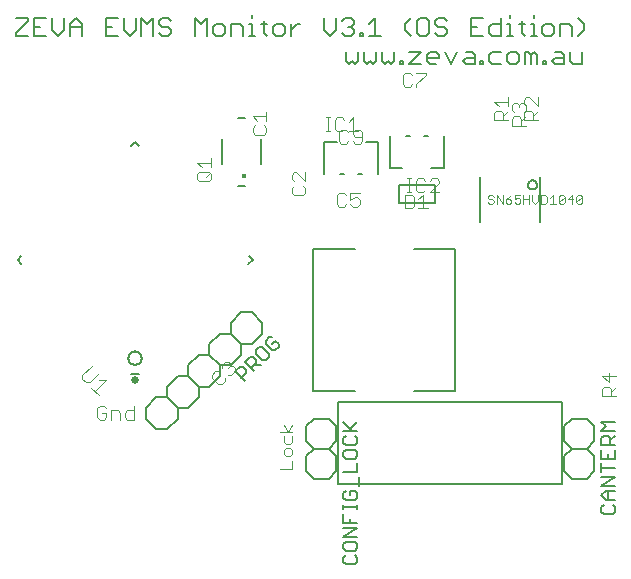
<source format=gbr>
G04 EAGLE Gerber RS-274X export*
G75*
%MOMM*%
%FSLAX34Y34*%
%LPD*%
%INSilkscreen Top*%
%IPPOS*%
%AMOC8*
5,1,8,0,0,1.08239X$1,22.5*%
G01*
%ADD10C,0.127000*%
%ADD11C,0.101600*%
%ADD12C,0.152400*%
%ADD13C,0.632400*%
%ADD14C,0.203200*%
%ADD15C,0.364000*%
%ADD16C,0.076200*%


D10*
X89535Y408318D02*
X99704Y408318D01*
X99704Y405776D01*
X89535Y395607D01*
X89535Y393065D01*
X99704Y393065D01*
X104737Y408318D02*
X114906Y408318D01*
X104737Y408318D02*
X104737Y393065D01*
X114906Y393065D01*
X109822Y400692D02*
X104737Y400692D01*
X119939Y398149D02*
X119939Y408318D01*
X119939Y398149D02*
X125024Y393065D01*
X130108Y398149D01*
X130108Y408318D01*
X135142Y403234D02*
X135142Y393065D01*
X135142Y403234D02*
X140226Y408318D01*
X145310Y403234D01*
X145310Y393065D01*
X145310Y400692D02*
X135142Y400692D01*
X165546Y408318D02*
X175715Y408318D01*
X165546Y408318D02*
X165546Y393065D01*
X175715Y393065D01*
X170630Y400692D02*
X165546Y400692D01*
X180748Y398149D02*
X180748Y408318D01*
X180748Y398149D02*
X185832Y393065D01*
X190917Y398149D01*
X190917Y408318D01*
X195950Y408318D02*
X195950Y393065D01*
X201035Y403234D02*
X195950Y408318D01*
X201035Y403234D02*
X206119Y408318D01*
X206119Y393065D01*
X221321Y405776D02*
X218779Y408318D01*
X213695Y408318D01*
X211153Y405776D01*
X211153Y403234D01*
X213695Y400692D01*
X218779Y400692D01*
X221321Y398149D01*
X221321Y395607D01*
X218779Y393065D01*
X213695Y393065D01*
X211153Y395607D01*
X241557Y393065D02*
X241557Y408318D01*
X246641Y403234D01*
X251726Y408318D01*
X251726Y393065D01*
X259301Y393065D02*
X264386Y393065D01*
X266928Y395607D01*
X266928Y400692D01*
X264386Y403234D01*
X259301Y403234D01*
X256759Y400692D01*
X256759Y395607D01*
X259301Y393065D01*
X271961Y393065D02*
X271961Y403234D01*
X279588Y403234D01*
X282130Y400692D01*
X282130Y393065D01*
X287163Y403234D02*
X289706Y403234D01*
X289706Y393065D01*
X292248Y393065D02*
X287163Y393065D01*
X289706Y408318D02*
X289706Y410860D01*
X299840Y405776D02*
X299840Y395607D01*
X302383Y393065D01*
X302383Y403234D02*
X297298Y403234D01*
X309975Y393065D02*
X315060Y393065D01*
X317602Y395607D01*
X317602Y400692D01*
X315060Y403234D01*
X309975Y403234D01*
X307433Y400692D01*
X307433Y395607D01*
X309975Y393065D01*
X322635Y393065D02*
X322635Y403234D01*
X322635Y398149D02*
X327720Y403234D01*
X330262Y403234D01*
X350506Y408318D02*
X350506Y398149D01*
X355590Y393065D01*
X360675Y398149D01*
X360675Y408318D01*
X365708Y405776D02*
X368250Y408318D01*
X373335Y408318D01*
X375877Y405776D01*
X375877Y403234D01*
X373335Y400692D01*
X370792Y400692D01*
X373335Y400692D02*
X375877Y398149D01*
X375877Y395607D01*
X373335Y393065D01*
X368250Y393065D01*
X365708Y395607D01*
X380910Y395607D02*
X380910Y393065D01*
X380910Y395607D02*
X383452Y395607D01*
X383452Y393065D01*
X380910Y393065D01*
X388511Y403234D02*
X393596Y408318D01*
X393596Y393065D01*
X398680Y393065D02*
X388511Y393065D01*
X418916Y398149D02*
X424000Y393065D01*
X418916Y398149D02*
X418916Y403234D01*
X424000Y408318D01*
X431593Y408318D02*
X436677Y408318D01*
X431593Y408318D02*
X429050Y405776D01*
X429050Y395607D01*
X431593Y393065D01*
X436677Y393065D01*
X439219Y395607D01*
X439219Y405776D01*
X436677Y408318D01*
X451879Y408318D02*
X454421Y405776D01*
X451879Y408318D02*
X446795Y408318D01*
X444253Y405776D01*
X444253Y403234D01*
X446795Y400692D01*
X451879Y400692D01*
X454421Y398149D01*
X454421Y395607D01*
X451879Y393065D01*
X446795Y393065D01*
X444253Y395607D01*
X474657Y408318D02*
X484826Y408318D01*
X474657Y408318D02*
X474657Y393065D01*
X484826Y393065D01*
X479741Y400692D02*
X474657Y400692D01*
X500028Y408318D02*
X500028Y393065D01*
X492401Y393065D01*
X489859Y395607D01*
X489859Y400692D01*
X492401Y403234D01*
X500028Y403234D01*
X505061Y403234D02*
X507604Y403234D01*
X507604Y393065D01*
X510146Y393065D02*
X505061Y393065D01*
X507604Y408318D02*
X507604Y410860D01*
X517738Y405776D02*
X517738Y395607D01*
X520281Y393065D01*
X520281Y403234D02*
X515196Y403234D01*
X525331Y403234D02*
X527873Y403234D01*
X527873Y393065D01*
X525331Y393065D02*
X530415Y393065D01*
X527873Y408318D02*
X527873Y410860D01*
X538008Y393065D02*
X543092Y393065D01*
X545634Y395607D01*
X545634Y400692D01*
X543092Y403234D01*
X538008Y403234D01*
X535466Y400692D01*
X535466Y395607D01*
X538008Y393065D01*
X550668Y393065D02*
X550668Y403234D01*
X558294Y403234D01*
X560837Y400692D01*
X560837Y393065D01*
X565870Y393065D02*
X570954Y398149D01*
X570954Y403234D01*
X565870Y408318D01*
X368935Y379104D02*
X368935Y371477D01*
X371477Y368935D01*
X374019Y371477D01*
X376562Y368935D01*
X379104Y371477D01*
X379104Y379104D01*
X384137Y379104D02*
X384137Y371477D01*
X386679Y368935D01*
X389222Y371477D01*
X391764Y368935D01*
X394306Y371477D01*
X394306Y379104D01*
X399339Y379104D02*
X399339Y371477D01*
X401882Y368935D01*
X404424Y371477D01*
X406966Y368935D01*
X409508Y371477D01*
X409508Y379104D01*
X414542Y371477D02*
X414542Y368935D01*
X414542Y371477D02*
X417084Y371477D01*
X417084Y368935D01*
X414542Y368935D01*
X422143Y379104D02*
X432311Y379104D01*
X422143Y368935D01*
X432311Y368935D01*
X439887Y368935D02*
X444971Y368935D01*
X439887Y368935D02*
X437345Y371477D01*
X437345Y376562D01*
X439887Y379104D01*
X444971Y379104D01*
X447514Y376562D01*
X447514Y374019D01*
X437345Y374019D01*
X452547Y379104D02*
X457631Y368935D01*
X462716Y379104D01*
X470291Y379104D02*
X475376Y379104D01*
X477918Y376562D01*
X477918Y368935D01*
X470291Y368935D01*
X467749Y371477D01*
X470291Y374019D01*
X477918Y374019D01*
X482951Y371477D02*
X482951Y368935D01*
X482951Y371477D02*
X485494Y371477D01*
X485494Y368935D01*
X482951Y368935D01*
X493095Y379104D02*
X500721Y379104D01*
X493095Y379104D02*
X490553Y376562D01*
X490553Y371477D01*
X493095Y368935D01*
X500721Y368935D01*
X508297Y368935D02*
X513381Y368935D01*
X515923Y371477D01*
X515923Y376562D01*
X513381Y379104D01*
X508297Y379104D01*
X505755Y376562D01*
X505755Y371477D01*
X508297Y368935D01*
X520957Y368935D02*
X520957Y379104D01*
X523499Y379104D01*
X526041Y376562D01*
X526041Y368935D01*
X526041Y376562D02*
X528583Y379104D01*
X531126Y376562D01*
X531126Y368935D01*
X536159Y368935D02*
X536159Y371477D01*
X538701Y371477D01*
X538701Y368935D01*
X536159Y368935D01*
X546302Y379104D02*
X551387Y379104D01*
X553929Y376562D01*
X553929Y368935D01*
X546302Y368935D01*
X543760Y371477D01*
X546302Y374019D01*
X553929Y374019D01*
X558962Y371477D02*
X558962Y379104D01*
X558962Y371477D02*
X561505Y368935D01*
X569131Y368935D01*
X569131Y379104D01*
D11*
X166262Y77563D02*
X164313Y79512D01*
X160415Y79512D01*
X158466Y77563D01*
X158466Y69767D01*
X160415Y67818D01*
X164313Y67818D01*
X166262Y69767D01*
X166262Y73665D01*
X162364Y73665D01*
X170160Y75614D02*
X170160Y67818D01*
X170160Y75614D02*
X176007Y75614D01*
X177956Y73665D01*
X177956Y67818D01*
X189650Y67818D02*
X189650Y79512D01*
X189650Y67818D02*
X183803Y67818D01*
X181854Y69767D01*
X181854Y73665D01*
X183803Y75614D01*
X189650Y75614D01*
X312919Y26204D02*
X323342Y26204D01*
X323342Y33152D01*
X323342Y38465D02*
X323342Y41940D01*
X321605Y43677D01*
X318131Y43677D01*
X316393Y41940D01*
X316393Y38465D01*
X318131Y36728D01*
X321605Y36728D01*
X323342Y38465D01*
X316393Y48990D02*
X316393Y54202D01*
X316393Y48990D02*
X318131Y47253D01*
X321605Y47253D01*
X323342Y48990D01*
X323342Y54202D01*
X323342Y57778D02*
X312919Y57778D01*
X319868Y57778D02*
X323342Y62989D01*
X319868Y57778D02*
X316393Y62989D01*
D12*
X193555Y106751D02*
X187445Y106751D01*
X286667Y206538D02*
X290004Y203200D01*
X193838Y299367D02*
X190500Y302704D01*
X187162Y299367D01*
X94333Y206538D02*
X90996Y203200D01*
X286539Y199735D02*
X290004Y203200D01*
X94333Y199862D02*
X90996Y203200D01*
X184911Y120043D02*
X184913Y120192D01*
X184919Y120342D01*
X184929Y120491D01*
X184943Y120640D01*
X184961Y120788D01*
X184983Y120936D01*
X185009Y121083D01*
X185038Y121229D01*
X185072Y121375D01*
X185110Y121520D01*
X185151Y121663D01*
X185196Y121806D01*
X185245Y121947D01*
X185298Y122087D01*
X185354Y122225D01*
X185415Y122362D01*
X185478Y122497D01*
X185546Y122630D01*
X185617Y122762D01*
X185691Y122891D01*
X185769Y123019D01*
X185850Y123144D01*
X185935Y123267D01*
X186023Y123388D01*
X186114Y123507D01*
X186208Y123623D01*
X186305Y123736D01*
X186405Y123847D01*
X186509Y123955D01*
X186615Y124061D01*
X186723Y124163D01*
X186835Y124262D01*
X186949Y124359D01*
X187066Y124452D01*
X187185Y124543D01*
X187306Y124630D01*
X187430Y124713D01*
X187556Y124794D01*
X187684Y124871D01*
X187814Y124944D01*
X187946Y125014D01*
X188080Y125081D01*
X188215Y125144D01*
X188353Y125203D01*
X188491Y125259D01*
X188631Y125310D01*
X188773Y125358D01*
X188916Y125403D01*
X189059Y125443D01*
X189204Y125480D01*
X189350Y125512D01*
X189497Y125541D01*
X189644Y125566D01*
X189792Y125587D01*
X189941Y125604D01*
X190089Y125617D01*
X190239Y125626D01*
X190388Y125631D01*
X190537Y125632D01*
X190687Y125629D01*
X190836Y125622D01*
X190985Y125611D01*
X191134Y125596D01*
X191282Y125577D01*
X191430Y125554D01*
X191577Y125527D01*
X191723Y125497D01*
X191868Y125462D01*
X192013Y125423D01*
X192156Y125381D01*
X192298Y125335D01*
X192439Y125285D01*
X192578Y125231D01*
X192716Y125174D01*
X192853Y125113D01*
X192987Y125048D01*
X193120Y124980D01*
X193251Y124908D01*
X193380Y124833D01*
X193507Y124754D01*
X193632Y124672D01*
X193755Y124586D01*
X193875Y124498D01*
X193993Y124406D01*
X194108Y124311D01*
X194221Y124213D01*
X194331Y124112D01*
X194439Y124008D01*
X194543Y123901D01*
X194645Y123792D01*
X194744Y123680D01*
X194840Y123565D01*
X194932Y123448D01*
X195022Y123328D01*
X195108Y123206D01*
X195191Y123082D01*
X195270Y122955D01*
X195346Y122827D01*
X195419Y122696D01*
X195488Y122564D01*
X195554Y122429D01*
X195616Y122293D01*
X195674Y122156D01*
X195729Y122017D01*
X195780Y121876D01*
X195827Y121735D01*
X195870Y121592D01*
X195910Y121447D01*
X195945Y121302D01*
X195977Y121156D01*
X196005Y121009D01*
X196029Y120862D01*
X196049Y120714D01*
X196065Y120565D01*
X196077Y120416D01*
X196085Y120267D01*
X196089Y120118D01*
X196089Y119968D01*
X196085Y119819D01*
X196077Y119670D01*
X196065Y119521D01*
X196049Y119372D01*
X196029Y119224D01*
X196005Y119077D01*
X195977Y118930D01*
X195945Y118784D01*
X195910Y118639D01*
X195870Y118494D01*
X195827Y118351D01*
X195780Y118210D01*
X195729Y118069D01*
X195674Y117930D01*
X195616Y117793D01*
X195554Y117657D01*
X195488Y117522D01*
X195419Y117390D01*
X195346Y117259D01*
X195270Y117131D01*
X195191Y117004D01*
X195108Y116880D01*
X195022Y116758D01*
X194932Y116638D01*
X194840Y116521D01*
X194744Y116406D01*
X194645Y116294D01*
X194543Y116185D01*
X194439Y116078D01*
X194331Y115974D01*
X194221Y115873D01*
X194108Y115775D01*
X193993Y115680D01*
X193875Y115588D01*
X193755Y115500D01*
X193632Y115414D01*
X193507Y115332D01*
X193380Y115253D01*
X193251Y115178D01*
X193120Y115106D01*
X192987Y115038D01*
X192853Y114973D01*
X192716Y114912D01*
X192578Y114855D01*
X192439Y114801D01*
X192298Y114751D01*
X192156Y114705D01*
X192013Y114663D01*
X191868Y114624D01*
X191723Y114589D01*
X191577Y114559D01*
X191430Y114532D01*
X191282Y114509D01*
X191134Y114490D01*
X190985Y114475D01*
X190836Y114464D01*
X190687Y114457D01*
X190537Y114454D01*
X190388Y114455D01*
X190239Y114460D01*
X190089Y114469D01*
X189941Y114482D01*
X189792Y114499D01*
X189644Y114520D01*
X189497Y114545D01*
X189350Y114574D01*
X189204Y114606D01*
X189059Y114643D01*
X188916Y114683D01*
X188773Y114728D01*
X188631Y114776D01*
X188491Y114827D01*
X188353Y114883D01*
X188215Y114942D01*
X188080Y115005D01*
X187946Y115072D01*
X187814Y115142D01*
X187684Y115215D01*
X187556Y115292D01*
X187430Y115373D01*
X187306Y115456D01*
X187185Y115543D01*
X187066Y115634D01*
X186949Y115727D01*
X186835Y115824D01*
X186723Y115923D01*
X186615Y116025D01*
X186509Y116131D01*
X186405Y116239D01*
X186305Y116350D01*
X186208Y116463D01*
X186114Y116579D01*
X186023Y116698D01*
X185935Y116819D01*
X185850Y116942D01*
X185769Y117067D01*
X185691Y117195D01*
X185617Y117324D01*
X185546Y117456D01*
X185478Y117589D01*
X185415Y117724D01*
X185354Y117861D01*
X185298Y117999D01*
X185245Y118139D01*
X185196Y118280D01*
X185151Y118423D01*
X185110Y118566D01*
X185072Y118711D01*
X185038Y118857D01*
X185009Y119003D01*
X184983Y119150D01*
X184961Y119298D01*
X184943Y119446D01*
X184929Y119595D01*
X184919Y119744D01*
X184913Y119894D01*
X184911Y120043D01*
D13*
X190500Y101377D03*
D11*
X153688Y113406D02*
X145898Y105617D01*
X145898Y102501D01*
X149014Y99385D01*
X152130Y99385D01*
X159919Y107175D01*
X159833Y101029D02*
X166065Y101029D01*
X156717Y91682D01*
X153601Y94798D02*
X159833Y88566D01*
X290058Y314965D02*
X292007Y316914D01*
X290058Y314965D02*
X290058Y311067D01*
X292007Y309118D01*
X299803Y309118D01*
X301752Y311067D01*
X301752Y314965D01*
X299803Y316914D01*
X293956Y320812D02*
X290058Y324710D01*
X301752Y324710D01*
X301752Y320812D02*
X301752Y328608D01*
X494528Y321290D02*
X506222Y321290D01*
X494528Y321290D02*
X494528Y327137D01*
X496477Y329086D01*
X500375Y329086D01*
X502324Y327137D01*
X502324Y321290D01*
X502324Y325188D02*
X506222Y329086D01*
X498426Y332984D02*
X494528Y336882D01*
X506222Y336882D01*
X506222Y332984D02*
X506222Y340780D01*
X325027Y265586D02*
X323078Y263637D01*
X323078Y259739D01*
X325027Y257790D01*
X332823Y257790D01*
X334772Y259739D01*
X334772Y263637D01*
X332823Y265586D01*
X334772Y269484D02*
X334772Y277280D01*
X334772Y269484D02*
X326976Y277280D01*
X325027Y277280D01*
X323078Y275331D01*
X323078Y271433D01*
X325027Y269484D01*
D14*
X264170Y284140D02*
X264170Y305140D01*
X277670Y323640D02*
X283670Y323640D01*
X297170Y305140D02*
X297170Y284140D01*
X283670Y265640D02*
X277670Y265640D01*
D15*
X282670Y274140D03*
D11*
X252813Y269748D02*
X245017Y269748D01*
X243068Y271697D01*
X243068Y275595D01*
X245017Y277544D01*
X252813Y277544D01*
X254762Y275595D01*
X254762Y271697D01*
X252813Y269748D01*
X250864Y273646D02*
X254762Y277544D01*
X246966Y281442D02*
X243068Y285340D01*
X254762Y285340D01*
X254762Y281442D02*
X254762Y289238D01*
X258203Y108744D02*
X260959Y108744D01*
X258203Y108744D02*
X255447Y105987D01*
X255447Y103231D01*
X260959Y97718D01*
X263716Y97718D01*
X266472Y100475D01*
X266472Y103231D01*
X263716Y111500D02*
X263716Y114256D01*
X266472Y117013D01*
X269228Y117013D01*
X270606Y115634D01*
X270606Y112878D01*
X269228Y111500D01*
X270606Y112878D02*
X273363Y112878D01*
X274741Y111500D01*
X274741Y108744D01*
X271984Y105987D01*
X269228Y105987D01*
D12*
X244430Y86769D02*
X235450Y77789D01*
X226469Y77789D01*
X217489Y86769D01*
X217489Y95750D01*
X262390Y104730D02*
X262390Y113710D01*
X262390Y104730D02*
X253410Y95750D01*
X244430Y95750D01*
X235450Y104730D01*
X235450Y113710D01*
X244430Y122690D01*
X253410Y122690D01*
X244430Y95750D02*
X244430Y86769D01*
X235450Y104730D02*
X226469Y104730D01*
X217489Y95750D01*
X289331Y131671D02*
X298311Y140651D01*
X289331Y131671D02*
X280351Y131671D01*
X271371Y140651D01*
X271371Y149631D01*
X280351Y131671D02*
X280351Y122690D01*
X271371Y113710D01*
X262390Y113710D01*
X253410Y122690D01*
X253410Y131671D01*
X262390Y140651D01*
X271371Y140651D01*
X289331Y158611D02*
X298311Y149631D01*
X298311Y140651D01*
X289331Y158611D02*
X280351Y158611D01*
X271371Y149631D01*
X226469Y68809D02*
X217489Y59829D01*
X208509Y59829D01*
X199529Y68809D01*
X199529Y77789D01*
X226469Y77789D02*
X226469Y68809D01*
X217489Y86769D02*
X208509Y86769D01*
X199529Y77789D01*
D10*
X275107Y108660D02*
X283196Y100571D01*
X275107Y108660D02*
X279152Y112704D01*
X281848Y112704D01*
X284544Y110008D01*
X284544Y107312D01*
X280500Y103267D01*
X291465Y108840D02*
X283376Y116929D01*
X287421Y120973D01*
X290117Y120973D01*
X292813Y118277D01*
X292813Y115580D01*
X288769Y111536D01*
X291465Y114232D02*
X296858Y114232D01*
X292993Y126546D02*
X295689Y129242D01*
X292993Y126546D02*
X292993Y123849D01*
X298386Y118457D01*
X301082Y118457D01*
X303779Y121153D01*
X303779Y123849D01*
X298386Y129242D01*
X295689Y129242D01*
X303958Y137511D02*
X306655Y137511D01*
X303958Y137511D02*
X301262Y134815D01*
X301262Y132118D01*
X306655Y126725D01*
X309351Y126725D01*
X312047Y129422D01*
X312047Y132118D01*
X309351Y134815D01*
X306655Y132118D01*
X533400Y234950D02*
X533400Y273050D01*
X482600Y273050D02*
X482600Y234950D01*
X523240Y266700D02*
X523242Y266823D01*
X523248Y266947D01*
X523258Y267070D01*
X523272Y267192D01*
X523290Y267314D01*
X523312Y267436D01*
X523337Y267556D01*
X523367Y267676D01*
X523401Y267795D01*
X523438Y267913D01*
X523479Y268029D01*
X523524Y268144D01*
X523573Y268257D01*
X523625Y268369D01*
X523681Y268479D01*
X523740Y268587D01*
X523803Y268693D01*
X523869Y268797D01*
X523939Y268899D01*
X524012Y268999D01*
X524088Y269096D01*
X524167Y269191D01*
X524249Y269283D01*
X524334Y269372D01*
X524422Y269459D01*
X524513Y269542D01*
X524606Y269623D01*
X524702Y269701D01*
X524801Y269775D01*
X524901Y269846D01*
X525004Y269914D01*
X525109Y269979D01*
X525217Y270040D01*
X525326Y270098D01*
X525437Y270152D01*
X525549Y270202D01*
X525664Y270249D01*
X525779Y270292D01*
X525896Y270331D01*
X526014Y270367D01*
X526134Y270398D01*
X526254Y270426D01*
X526375Y270450D01*
X526497Y270470D01*
X526619Y270486D01*
X526742Y270498D01*
X526865Y270506D01*
X526988Y270510D01*
X527112Y270510D01*
X527235Y270506D01*
X527358Y270498D01*
X527481Y270486D01*
X527603Y270470D01*
X527725Y270450D01*
X527846Y270426D01*
X527966Y270398D01*
X528086Y270367D01*
X528204Y270331D01*
X528321Y270292D01*
X528436Y270249D01*
X528551Y270202D01*
X528663Y270152D01*
X528774Y270098D01*
X528883Y270040D01*
X528991Y269979D01*
X529096Y269914D01*
X529199Y269846D01*
X529299Y269775D01*
X529398Y269701D01*
X529494Y269623D01*
X529587Y269542D01*
X529678Y269459D01*
X529766Y269372D01*
X529851Y269283D01*
X529933Y269191D01*
X530012Y269096D01*
X530088Y268999D01*
X530161Y268899D01*
X530231Y268797D01*
X530297Y268693D01*
X530360Y268587D01*
X530419Y268479D01*
X530475Y268369D01*
X530527Y268257D01*
X530576Y268144D01*
X530621Y268029D01*
X530662Y267913D01*
X530699Y267795D01*
X530733Y267676D01*
X530763Y267556D01*
X530788Y267436D01*
X530810Y267314D01*
X530828Y267192D01*
X530842Y267070D01*
X530852Y266947D01*
X530858Y266823D01*
X530860Y266700D01*
X530858Y266577D01*
X530852Y266453D01*
X530842Y266330D01*
X530828Y266208D01*
X530810Y266086D01*
X530788Y265964D01*
X530763Y265844D01*
X530733Y265724D01*
X530699Y265605D01*
X530662Y265487D01*
X530621Y265371D01*
X530576Y265256D01*
X530527Y265143D01*
X530475Y265031D01*
X530419Y264921D01*
X530360Y264813D01*
X530297Y264707D01*
X530231Y264603D01*
X530161Y264501D01*
X530088Y264401D01*
X530012Y264304D01*
X529933Y264209D01*
X529851Y264117D01*
X529766Y264028D01*
X529678Y263941D01*
X529587Y263858D01*
X529494Y263777D01*
X529398Y263699D01*
X529299Y263625D01*
X529199Y263554D01*
X529096Y263486D01*
X528991Y263421D01*
X528883Y263360D01*
X528774Y263302D01*
X528663Y263248D01*
X528551Y263198D01*
X528436Y263151D01*
X528321Y263108D01*
X528204Y263069D01*
X528086Y263033D01*
X527966Y263002D01*
X527846Y262974D01*
X527725Y262950D01*
X527603Y262930D01*
X527481Y262914D01*
X527358Y262902D01*
X527235Y262894D01*
X527112Y262890D01*
X526988Y262890D01*
X526865Y262894D01*
X526742Y262902D01*
X526619Y262914D01*
X526497Y262930D01*
X526375Y262950D01*
X526254Y262974D01*
X526134Y263002D01*
X526014Y263033D01*
X525896Y263069D01*
X525779Y263108D01*
X525664Y263151D01*
X525549Y263198D01*
X525437Y263248D01*
X525326Y263302D01*
X525217Y263360D01*
X525109Y263421D01*
X525004Y263486D01*
X524901Y263554D01*
X524801Y263625D01*
X524702Y263699D01*
X524606Y263777D01*
X524513Y263858D01*
X524422Y263941D01*
X524334Y264028D01*
X524249Y264117D01*
X524167Y264209D01*
X524088Y264304D01*
X524012Y264401D01*
X523939Y264501D01*
X523869Y264603D01*
X523803Y264707D01*
X523740Y264813D01*
X523681Y264921D01*
X523625Y265031D01*
X523573Y265143D01*
X523524Y265256D01*
X523479Y265371D01*
X523438Y265487D01*
X523401Y265605D01*
X523367Y265724D01*
X523337Y265844D01*
X523312Y265964D01*
X523290Y266086D01*
X523272Y266208D01*
X523258Y266330D01*
X523248Y266453D01*
X523242Y266577D01*
X523240Y266700D01*
D16*
X494246Y256715D02*
X493017Y257943D01*
X490560Y257943D01*
X489331Y256715D01*
X489331Y255486D01*
X490560Y254257D01*
X493017Y254257D01*
X494246Y253028D01*
X494246Y251800D01*
X493017Y250571D01*
X490560Y250571D01*
X489331Y251800D01*
X496815Y250571D02*
X496815Y257943D01*
X501730Y250571D01*
X501730Y257943D01*
X506757Y256715D02*
X509214Y257943D01*
X506757Y256715D02*
X504299Y254257D01*
X504299Y251800D01*
X505528Y250571D01*
X507985Y250571D01*
X509214Y251800D01*
X509214Y253028D01*
X507985Y254257D01*
X504299Y254257D01*
X511783Y257943D02*
X516698Y257943D01*
X511783Y257943D02*
X511783Y254257D01*
X514241Y255486D01*
X515470Y255486D01*
X516698Y254257D01*
X516698Y251800D01*
X515470Y250571D01*
X513012Y250571D01*
X511783Y251800D01*
X519268Y250571D02*
X519268Y257943D01*
X519268Y254257D02*
X524182Y254257D01*
X524182Y257943D02*
X524182Y250571D01*
X526752Y253028D02*
X526752Y257943D01*
X526752Y253028D02*
X529209Y250571D01*
X531667Y253028D01*
X531667Y257943D01*
X534236Y257943D02*
X534236Y250571D01*
X537922Y250571D01*
X539151Y251800D01*
X539151Y256715D01*
X537922Y257943D01*
X534236Y257943D01*
X541720Y255486D02*
X544178Y257943D01*
X544178Y250571D01*
X546635Y250571D02*
X541720Y250571D01*
X549204Y251800D02*
X549204Y256715D01*
X550433Y257943D01*
X552890Y257943D01*
X554119Y256715D01*
X554119Y251800D01*
X552890Y250571D01*
X550433Y250571D01*
X549204Y251800D01*
X554119Y256715D01*
X560375Y257943D02*
X560375Y250571D01*
X556688Y254257D02*
X560375Y257943D01*
X561603Y254257D02*
X556688Y254257D01*
X564173Y251800D02*
X564173Y256715D01*
X565401Y257943D01*
X567859Y257943D01*
X569087Y256715D01*
X569087Y251800D01*
X567859Y250571D01*
X565401Y250571D01*
X564173Y251800D01*
X569087Y256715D01*
D12*
X350656Y275996D02*
X350656Y303124D01*
X361244Y303124D01*
X396104Y303124D02*
X396104Y275996D01*
X396104Y303124D02*
X386016Y303124D01*
X367604Y275916D02*
X364016Y275916D01*
X379016Y275916D02*
X382604Y275916D01*
D11*
X355736Y312078D02*
X351838Y312078D01*
X353787Y312078D02*
X353787Y323772D01*
X351838Y323772D02*
X355736Y323772D01*
X365481Y323772D02*
X367430Y321823D01*
X365481Y323772D02*
X361583Y323772D01*
X359634Y321823D01*
X359634Y314027D01*
X361583Y312078D01*
X365481Y312078D01*
X367430Y314027D01*
X371328Y319874D02*
X375226Y323772D01*
X375226Y312078D01*
X371328Y312078D02*
X379124Y312078D01*
D12*
X451984Y308204D02*
X451984Y281076D01*
X441396Y281076D01*
X406536Y281076D02*
X406536Y308204D01*
X406536Y281076D02*
X416624Y281076D01*
X435036Y308284D02*
X438624Y308284D01*
X423624Y308284D02*
X420036Y308284D01*
D11*
X420634Y260438D02*
X424532Y260438D01*
X422583Y260438D02*
X422583Y272132D01*
X420634Y272132D02*
X424532Y272132D01*
X434277Y272132D02*
X436226Y270183D01*
X434277Y272132D02*
X430379Y272132D01*
X428430Y270183D01*
X428430Y262387D01*
X430379Y260438D01*
X434277Y260438D01*
X436226Y262387D01*
X440124Y260438D02*
X447920Y260438D01*
X440124Y260438D02*
X447920Y268234D01*
X447920Y270183D01*
X445971Y272132D01*
X442073Y272132D01*
X440124Y270183D01*
X418768Y258422D02*
X418768Y246728D01*
X424615Y246728D01*
X426564Y248677D01*
X426564Y256473D01*
X424615Y258422D01*
X418768Y258422D01*
X430462Y254524D02*
X434360Y258422D01*
X434360Y246728D01*
X430462Y246728D02*
X438258Y246728D01*
X519928Y321290D02*
X531622Y321290D01*
X519928Y321290D02*
X519928Y327137D01*
X521877Y329086D01*
X525775Y329086D01*
X527724Y327137D01*
X527724Y321290D01*
X527724Y325188D02*
X531622Y329086D01*
X531622Y332984D02*
X531622Y340780D01*
X531622Y332984D02*
X523826Y340780D01*
X521877Y340780D01*
X519928Y338831D01*
X519928Y334933D01*
X521877Y332984D01*
X521462Y316738D02*
X509768Y316738D01*
X509768Y322585D01*
X511717Y324534D01*
X515615Y324534D01*
X517564Y322585D01*
X517564Y316738D01*
X517564Y320636D02*
X521462Y324534D01*
X511717Y328432D02*
X509768Y330381D01*
X509768Y334279D01*
X511717Y336228D01*
X513666Y336228D01*
X515615Y334279D01*
X515615Y332330D01*
X515615Y334279D02*
X517564Y336228D01*
X519513Y336228D01*
X521462Y334279D01*
X521462Y330381D01*
X519513Y328432D01*
X424864Y359503D02*
X422915Y361452D01*
X419017Y361452D01*
X417068Y359503D01*
X417068Y351707D01*
X419017Y349758D01*
X422915Y349758D01*
X424864Y351707D01*
X428762Y361452D02*
X436558Y361452D01*
X436558Y359503D01*
X428762Y351707D01*
X428762Y349758D01*
D12*
X579120Y62230D02*
X579120Y49530D01*
X572770Y43180D01*
X560070Y43180D01*
X553720Y49530D01*
X560070Y68580D02*
X572770Y68580D01*
X579120Y62230D01*
X560070Y68580D02*
X553720Y62230D01*
X553720Y49530D01*
X572770Y43180D02*
X579120Y36830D01*
X579120Y24130D01*
X572770Y17780D01*
X560070Y17780D01*
X553720Y24130D01*
X553720Y36830D01*
X560070Y43180D01*
D10*
X587240Y-4254D02*
X585333Y-6161D01*
X585333Y-9974D01*
X587240Y-11881D01*
X594866Y-11881D01*
X596773Y-9974D01*
X596773Y-6161D01*
X594866Y-4254D01*
X596773Y-187D02*
X589147Y-187D01*
X585333Y3626D01*
X589147Y7440D01*
X596773Y7440D01*
X591053Y7440D02*
X591053Y-187D01*
X596773Y11507D02*
X585333Y11507D01*
X596773Y19134D01*
X585333Y19134D01*
X585333Y27014D02*
X596773Y27014D01*
X585333Y23201D02*
X585333Y30827D01*
X585333Y34895D02*
X585333Y42521D01*
X585333Y34895D02*
X596773Y34895D01*
X596773Y42521D01*
X591053Y38708D02*
X591053Y34895D01*
X596773Y46589D02*
X585333Y46589D01*
X585333Y52309D01*
X587240Y54215D01*
X591053Y54215D01*
X592960Y52309D01*
X592960Y46589D01*
X592960Y50402D02*
X596773Y54215D01*
X596773Y58283D02*
X585333Y58283D01*
X589147Y62096D01*
X585333Y65909D01*
X596773Y65909D01*
D11*
X597662Y87610D02*
X585968Y87610D01*
X585968Y93457D01*
X587917Y95406D01*
X591815Y95406D01*
X593764Y93457D01*
X593764Y87610D01*
X593764Y91508D02*
X597662Y95406D01*
X597662Y105151D02*
X585968Y105151D01*
X591815Y99304D01*
X591815Y107100D01*
D10*
X444500Y251460D02*
X414020Y251460D01*
X414020Y266700D01*
X444500Y266700D01*
X444500Y251460D01*
D11*
X370996Y311243D02*
X369047Y313192D01*
X365149Y313192D01*
X363200Y311243D01*
X363200Y303447D01*
X365149Y301498D01*
X369047Y301498D01*
X370996Y303447D01*
X374894Y303447D02*
X376843Y301498D01*
X380741Y301498D01*
X382690Y303447D01*
X382690Y311243D01*
X380741Y313192D01*
X376843Y313192D01*
X374894Y311243D01*
X374894Y309294D01*
X376843Y307345D01*
X382690Y307345D01*
X367035Y259852D02*
X368984Y257903D01*
X367035Y259852D02*
X363137Y259852D01*
X361188Y257903D01*
X361188Y250107D01*
X363137Y248158D01*
X367035Y248158D01*
X368984Y250107D01*
X372882Y259852D02*
X380678Y259852D01*
X372882Y259852D02*
X372882Y254005D01*
X376780Y255954D01*
X378729Y255954D01*
X380678Y254005D01*
X380678Y250107D01*
X378729Y248158D01*
X374831Y248158D01*
X372882Y250107D01*
D10*
X426320Y212400D02*
X461320Y212400D01*
X461320Y92400D01*
X426320Y92400D01*
X376320Y212400D02*
X341320Y212400D01*
X341320Y92400D01*
X376320Y92400D01*
D12*
X360680Y62230D02*
X360680Y49530D01*
X354330Y43180D01*
X341630Y43180D01*
X335280Y49530D01*
X341630Y68580D02*
X354330Y68580D01*
X360680Y62230D01*
X341630Y68580D02*
X335280Y62230D01*
X335280Y49530D01*
X354330Y43180D02*
X360680Y36830D01*
X360680Y24130D01*
X354330Y17780D01*
X341630Y17780D01*
X335280Y24130D01*
X335280Y36830D01*
X341630Y43180D01*
D10*
X368800Y-47132D02*
X366893Y-49039D01*
X366893Y-52852D01*
X368800Y-54759D01*
X376426Y-54759D01*
X378333Y-52852D01*
X378333Y-49039D01*
X376426Y-47132D01*
X366893Y-41158D02*
X366893Y-37345D01*
X366893Y-41158D02*
X368800Y-43065D01*
X376426Y-43065D01*
X378333Y-41158D01*
X378333Y-37345D01*
X376426Y-35438D01*
X368800Y-35438D01*
X366893Y-37345D01*
X366893Y-31371D02*
X378333Y-31371D01*
X378333Y-23745D02*
X366893Y-31371D01*
X366893Y-23745D02*
X378333Y-23745D01*
X378333Y-19677D02*
X366893Y-19677D01*
X366893Y-12051D01*
X372613Y-15864D02*
X372613Y-19677D01*
X378333Y-7983D02*
X378333Y-4170D01*
X378333Y-6076D02*
X366893Y-6076D01*
X366893Y-4170D02*
X366893Y-7983D01*
X366893Y5533D02*
X368800Y7439D01*
X366893Y5533D02*
X366893Y1720D01*
X368800Y-187D01*
X376426Y-187D01*
X378333Y1720D01*
X378333Y5533D01*
X376426Y7439D01*
X372613Y7439D01*
X372613Y3626D01*
X380240Y11507D02*
X380240Y19133D01*
X378333Y23201D02*
X366893Y23201D01*
X378333Y23201D02*
X378333Y30827D01*
X366893Y36801D02*
X366893Y40615D01*
X366893Y36801D02*
X368800Y34895D01*
X376426Y34895D01*
X378333Y36801D01*
X378333Y40615D01*
X376426Y42521D01*
X368800Y42521D01*
X366893Y40615D01*
X366893Y52309D02*
X368800Y54215D01*
X366893Y52309D02*
X366893Y48495D01*
X368800Y46589D01*
X376426Y46589D01*
X378333Y48495D01*
X378333Y52309D01*
X376426Y54215D01*
X378333Y58283D02*
X366893Y58283D01*
X366893Y65909D02*
X374520Y58283D01*
X372613Y60189D02*
X378333Y65909D01*
X552200Y83180D02*
X552200Y13180D01*
X552200Y83180D02*
X362200Y83180D01*
X362200Y13180D01*
X552200Y13180D01*
M02*

</source>
